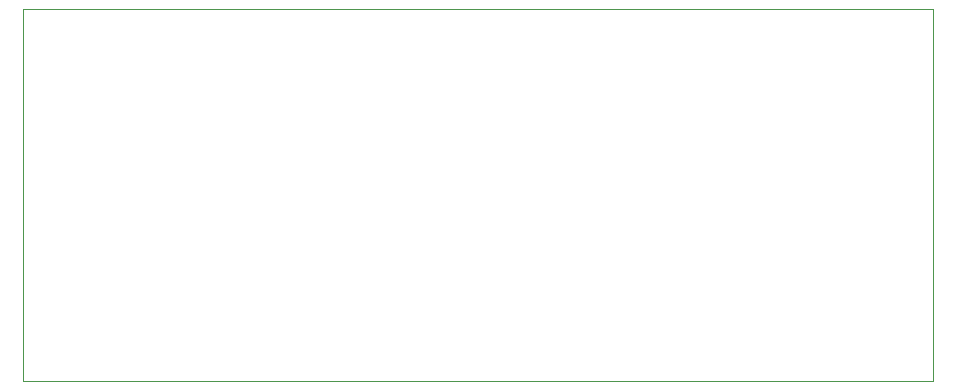
<source format=gbr>
G04 #@! TF.GenerationSoftware,KiCad,Pcbnew,(5.1.4)-1*
G04 #@! TF.CreationDate,2020-02-14T11:12:35-05:00*
G04 #@! TF.ProjectId,PowerFilter,506f7765-7246-4696-9c74-65722e6b6963,rev?*
G04 #@! TF.SameCoordinates,Original*
G04 #@! TF.FileFunction,Profile,NP*
%FSLAX46Y46*%
G04 Gerber Fmt 4.6, Leading zero omitted, Abs format (unit mm)*
G04 Created by KiCad (PCBNEW (5.1.4)-1) date 2020-02-14 11:12:35*
%MOMM*%
%LPD*%
G04 APERTURE LIST*
%ADD10C,0.050000*%
G04 APERTURE END LIST*
D10*
X58000000Y-54500000D02*
X135000000Y-54500000D01*
X58000000Y-86000000D02*
X58000000Y-54500000D01*
X135000000Y-86000000D02*
X58000000Y-86000000D01*
X135000000Y-86000000D02*
X135000000Y-54500000D01*
M02*

</source>
